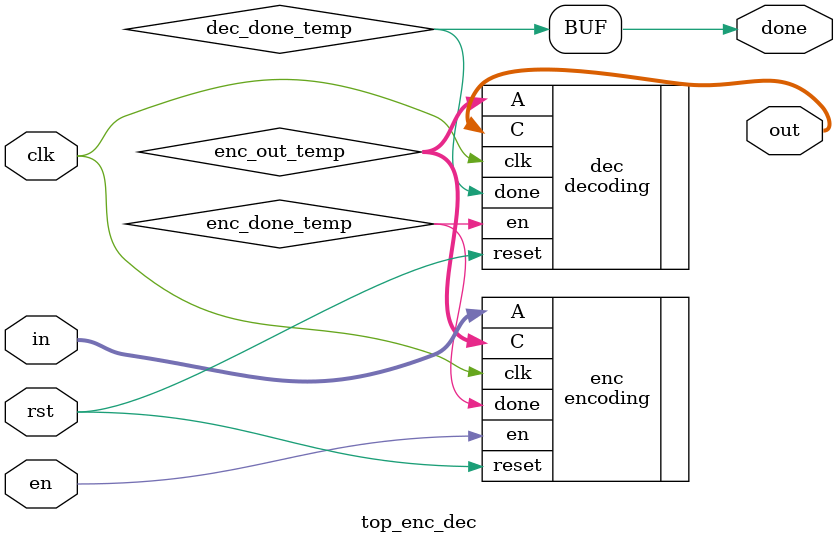
<source format=v>
`timescale 1ns / 1ps

// top file for testing encoding and decoding algorithms

module top_enc_dec(
        input [511:0] in,       // input matrix in 1D
        input clk,              // control signals
        input rst,
        input en,
        output done,
        output [511:0] out  // output matrix in 1D 
    );
    
    wire [511:0] enc_out_temp;   // encoded bitstream of jpeg data
    wire enc_done_temp;         // flag for starting decoding
    
    wire [511:0] dec_out_temp;   // decoded 1D matrix
    wire dec_done_temp;         // decoding done flag
    
    encoding enc(               // runtime and zigzag encoding
        .clk(clk),
        .reset(rst),            
        .en(en),
        .A(in),        
        .C(enc_out_temp),  
        .done(enc_done_temp)   // enables decoding to begin
    );
        
    decoding dec(
        .clk(clk),
        .reset(rst),           //active high reset
        .en(enc_done_temp),    // uses done flag from previous stage to start decoding, can be switched to a diff signal
        .A(enc_out_temp),      // input bitstream from encoding stage 
        .C(out),               // output 1D decoded matrix
        .done(dec_done_temp)   //To state the testbench that output is ready
    );
    
    assign done = dec_done_temp;
    //assign out = dec_out_temp;
        
endmodule

</source>
